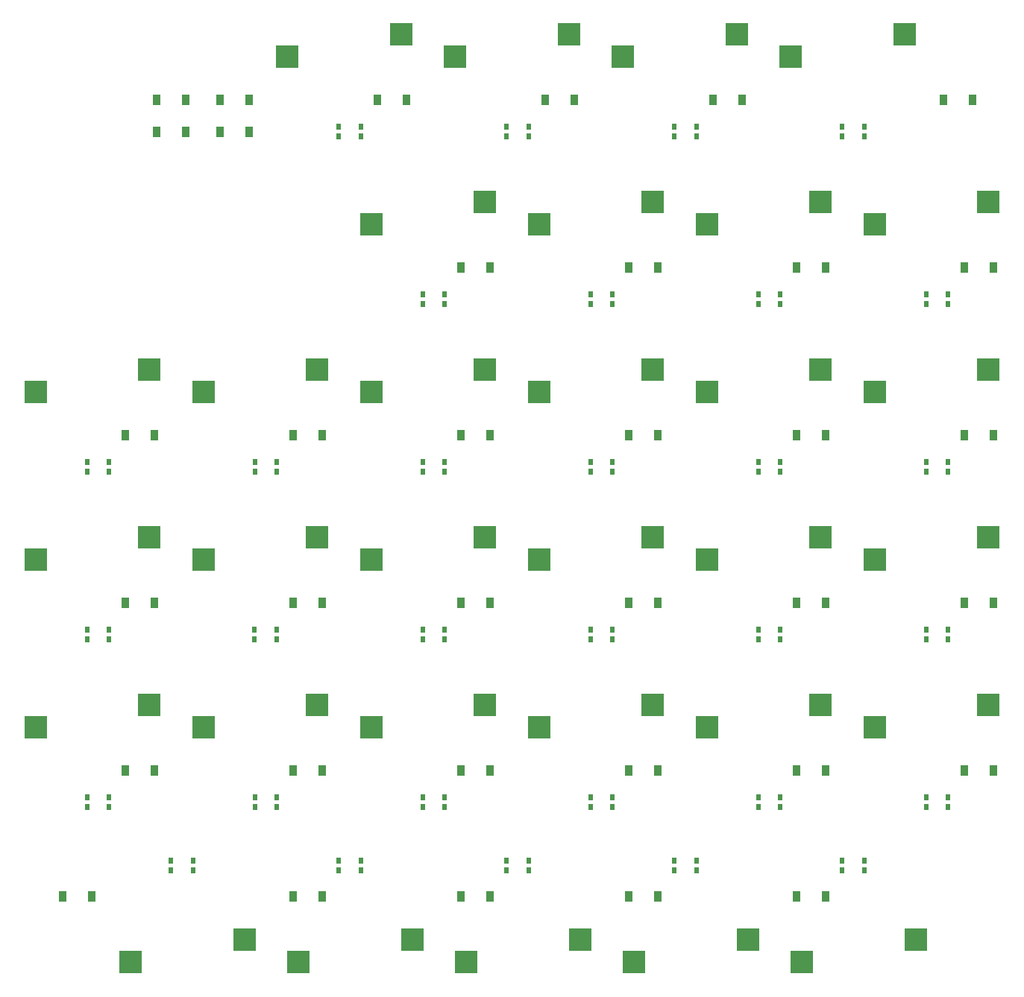
<source format=gbr>
%TF.GenerationSoftware,KiCad,Pcbnew,(5.1.9)-1*%
%TF.CreationDate,2021-05-29T17:03:01+09:00*%
%TF.ProjectId,yuiop31rs-r2,7975696f-7033-4317-9273-2d72322e6b69,1*%
%TF.SameCoordinates,Original*%
%TF.FileFunction,Paste,Bot*%
%TF.FilePolarity,Positive*%
%FSLAX46Y46*%
G04 Gerber Fmt 4.6, Leading zero omitted, Abs format (unit mm)*
G04 Created by KiCad (PCBNEW (5.1.9)-1) date 2021-05-29 17:03:01*
%MOMM*%
%LPD*%
G01*
G04 APERTURE LIST*
%ADD10R,0.600000X0.700000*%
%ADD11R,2.550000X2.500000*%
%ADD12R,0.900000X1.200000*%
G04 APERTURE END LIST*
D10*
%TO.C,LED9*%
X101125000Y-95878100D03*
X101125000Y-96978100D03*
X103625000Y-96978100D03*
X103625000Y-95878100D03*
%TD*%
%TO.C,LED31*%
X113150000Y-142222000D03*
X113150000Y-141122000D03*
X110650000Y-141122000D03*
X110650000Y-142222000D03*
%TD*%
%TO.C,LED30*%
X132200000Y-142222000D03*
X132200000Y-141122000D03*
X129700000Y-141122000D03*
X129700000Y-142222000D03*
%TD*%
%TO.C,LED29*%
X151250000Y-142222000D03*
X151250000Y-141122000D03*
X148750000Y-141122000D03*
X148750000Y-142222000D03*
%TD*%
%TO.C,LED28*%
X170300000Y-142222000D03*
X170300000Y-141122000D03*
X167800000Y-141122000D03*
X167800000Y-142222000D03*
%TD*%
%TO.C,LED27*%
X189350000Y-142222000D03*
X189350000Y-141122000D03*
X186850000Y-141122000D03*
X186850000Y-142222000D03*
%TD*%
%TO.C,LED26*%
X196375000Y-133978000D03*
X196375000Y-135078000D03*
X198875000Y-135078000D03*
X198875000Y-133978000D03*
%TD*%
%TO.C,LED25*%
X177325000Y-133978000D03*
X177325000Y-135078000D03*
X179825000Y-135078000D03*
X179825000Y-133978000D03*
%TD*%
%TO.C,LED24*%
X158275000Y-133978000D03*
X158275000Y-135078000D03*
X160775000Y-135078000D03*
X160775000Y-133978000D03*
%TD*%
%TO.C,LED23*%
X139225000Y-133978000D03*
X139225000Y-135078000D03*
X141725000Y-135078000D03*
X141725000Y-133978000D03*
%TD*%
%TO.C,LED22*%
X120175000Y-133978000D03*
X120175000Y-135078000D03*
X122675000Y-135078000D03*
X122675000Y-133978000D03*
%TD*%
%TO.C,LED21*%
X101125000Y-133978000D03*
X101125000Y-135078000D03*
X103625000Y-135078000D03*
X103625000Y-133978000D03*
%TD*%
%TO.C,LED20*%
X103625000Y-116028000D03*
X103625000Y-114928000D03*
X101125000Y-114928000D03*
X101125000Y-116028000D03*
%TD*%
%TO.C,LED19*%
X122619000Y-116028000D03*
X122619000Y-114928000D03*
X120119000Y-114928000D03*
X120119000Y-116028000D03*
%TD*%
%TO.C,LED18*%
X141725000Y-116028000D03*
X141725000Y-114928000D03*
X139225000Y-114928000D03*
X139225000Y-116028000D03*
%TD*%
%TO.C,LED17*%
X160775000Y-116028000D03*
X160775000Y-114928000D03*
X158275000Y-114928000D03*
X158275000Y-116028000D03*
%TD*%
%TO.C,LED16*%
X179825000Y-116028000D03*
X179825000Y-114928000D03*
X177325000Y-114928000D03*
X177325000Y-116028000D03*
%TD*%
%TO.C,LED15*%
X198875000Y-116028000D03*
X198875000Y-114928000D03*
X196375000Y-114928000D03*
X196375000Y-116028000D03*
%TD*%
%TO.C,LED14*%
X196375000Y-95878100D03*
X196375000Y-96978100D03*
X198875000Y-96978100D03*
X198875000Y-95878100D03*
%TD*%
%TO.C,LED13*%
X177325000Y-95878100D03*
X177325000Y-96978100D03*
X179825000Y-96978100D03*
X179825000Y-95878100D03*
%TD*%
%TO.C,LED12*%
X158275000Y-95878100D03*
X158275000Y-96978100D03*
X160775000Y-96978100D03*
X160775000Y-95878100D03*
%TD*%
%TO.C,LED11*%
X139225000Y-95878100D03*
X139225000Y-96978100D03*
X141725000Y-96978100D03*
X141725000Y-95878100D03*
%TD*%
%TO.C,LED10*%
X120175000Y-95878100D03*
X120175000Y-96978100D03*
X122675000Y-96978100D03*
X122675000Y-95878100D03*
%TD*%
%TO.C,LED8*%
X141725000Y-77928000D03*
X141725000Y-76828000D03*
X139225000Y-76828000D03*
X139225000Y-77928000D03*
%TD*%
%TO.C,LED7*%
X160775000Y-77928000D03*
X160775000Y-76828000D03*
X158275000Y-76828000D03*
X158275000Y-77928000D03*
%TD*%
%TO.C,LED6*%
X179825000Y-77928000D03*
X179825000Y-76828000D03*
X177325000Y-76828000D03*
X177325000Y-77928000D03*
%TD*%
%TO.C,LED5*%
X198875000Y-77928000D03*
X198875000Y-76828000D03*
X196375000Y-76828000D03*
X196375000Y-77928000D03*
%TD*%
%TO.C,LED4*%
X186850000Y-57777900D03*
X186850000Y-58877900D03*
X189350000Y-58877900D03*
X189350000Y-57777900D03*
%TD*%
%TO.C,LED3*%
X167800000Y-57777900D03*
X167800000Y-58877900D03*
X170300000Y-58877900D03*
X170300000Y-57777900D03*
%TD*%
%TO.C,LED2*%
X148750000Y-57777900D03*
X148750000Y-58877900D03*
X151250000Y-58877900D03*
X151250000Y-57777900D03*
%TD*%
%TO.C,LED1*%
X129700000Y-57777900D03*
X129700000Y-58877900D03*
X132200000Y-58877900D03*
X132200000Y-57777900D03*
%TD*%
D11*
%TO.C,SW31*%
X195185000Y-150165000D03*
X182258000Y-152705000D03*
%TD*%
%TO.C,SW30*%
X176135000Y-150165000D03*
X163208000Y-152705000D03*
%TD*%
%TO.C,SW29*%
X157085000Y-150165000D03*
X144158000Y-152705000D03*
%TD*%
%TO.C,SW28*%
X138035000Y-150165000D03*
X125108000Y-152705000D03*
%TD*%
%TO.C,SW27*%
X118985000Y-150165000D03*
X106058000Y-152705000D03*
%TD*%
%TO.C,SW26*%
X190540000Y-126035000D03*
X203467000Y-123495000D03*
%TD*%
%TO.C,SW25*%
X171490000Y-126035000D03*
X184417000Y-123495000D03*
%TD*%
%TO.C,SW24*%
X152440000Y-126035000D03*
X165367000Y-123495000D03*
%TD*%
%TO.C,SW23*%
X133390000Y-126035000D03*
X146317000Y-123495000D03*
%TD*%
%TO.C,SW22*%
X114340000Y-126035000D03*
X127267000Y-123495000D03*
%TD*%
%TO.C,SW21*%
X95290000Y-126035000D03*
X108217000Y-123495000D03*
%TD*%
%TO.C,SW20*%
X190540000Y-106985000D03*
X203467000Y-104445000D03*
%TD*%
%TO.C,SW19*%
X171490000Y-106985000D03*
X184417000Y-104445000D03*
%TD*%
%TO.C,SW18*%
X152440000Y-106985000D03*
X165367000Y-104445000D03*
%TD*%
%TO.C,SW17*%
X133390000Y-106985000D03*
X146317000Y-104445000D03*
%TD*%
%TO.C,SW16*%
X114340000Y-106985000D03*
X127267000Y-104445000D03*
%TD*%
%TO.C,SW15*%
X95290000Y-106985000D03*
X108217000Y-104445000D03*
%TD*%
%TO.C,SW14*%
X190540000Y-87935000D03*
X203467000Y-85395000D03*
%TD*%
%TO.C,SW13*%
X171490000Y-87935000D03*
X184417000Y-85395000D03*
%TD*%
%TO.C,SW12*%
X152440000Y-87935000D03*
X165367000Y-85395000D03*
%TD*%
%TO.C,SW11*%
X133390000Y-87935000D03*
X146317000Y-85395000D03*
%TD*%
%TO.C,SW10*%
X114340000Y-87935000D03*
X127267000Y-85395000D03*
%TD*%
%TO.C,SW9*%
X95290000Y-87935000D03*
X108217000Y-85395000D03*
%TD*%
%TO.C,SW8*%
X190540000Y-68884900D03*
X203467000Y-66344900D03*
%TD*%
%TO.C,SW7*%
X171490000Y-68884900D03*
X184417000Y-66344900D03*
%TD*%
%TO.C,SW6*%
X152440000Y-68884900D03*
X165367000Y-66344900D03*
%TD*%
%TO.C,SW5*%
X133390000Y-68884900D03*
X146317000Y-66344900D03*
%TD*%
%TO.C,SW4*%
X181015000Y-49834800D03*
X193942000Y-47294800D03*
%TD*%
%TO.C,SW3*%
X161965000Y-49834800D03*
X174892000Y-47294800D03*
%TD*%
%TO.C,SW2*%
X142915000Y-49834800D03*
X155842000Y-47294800D03*
%TD*%
%TO.C,SW1*%
X123865000Y-49834800D03*
X136792000Y-47294800D03*
%TD*%
D12*
%TO.C,D35*%
X119503000Y-58327900D03*
X116203000Y-58327900D03*
%TD*%
%TO.C,D34*%
X119503000Y-54756100D03*
X116203000Y-54756100D03*
%TD*%
%TO.C,D33*%
X112359000Y-58327900D03*
X109059000Y-58327900D03*
%TD*%
%TO.C,D32*%
X112359000Y-54756100D03*
X109059000Y-54756100D03*
%TD*%
%TO.C,D31*%
X184988000Y-145244000D03*
X181688000Y-145244000D03*
%TD*%
%TO.C,D30*%
X165938000Y-145244000D03*
X162638000Y-145244000D03*
%TD*%
%TO.C,D29*%
X146887000Y-145244000D03*
X143587000Y-145244000D03*
%TD*%
%TO.C,D28*%
X127837000Y-145244000D03*
X124537000Y-145244000D03*
%TD*%
%TO.C,D27*%
X101643500Y-145244000D03*
X98343500Y-145244000D03*
%TD*%
%TO.C,D26*%
X204038000Y-130956000D03*
X200738000Y-130956000D03*
%TD*%
%TO.C,D25*%
X184988000Y-130956000D03*
X181688000Y-130956000D03*
%TD*%
%TO.C,D24*%
X165938000Y-130956000D03*
X162638000Y-130956000D03*
%TD*%
%TO.C,D23*%
X146887000Y-130956000D03*
X143587000Y-130956000D03*
%TD*%
%TO.C,D22*%
X127837000Y-130956000D03*
X124537000Y-130956000D03*
%TD*%
%TO.C,D21*%
X108787000Y-130956000D03*
X105487000Y-130956000D03*
%TD*%
%TO.C,D20*%
X204038000Y-111906000D03*
X200738000Y-111906000D03*
%TD*%
%TO.C,D19*%
X184988000Y-111906000D03*
X181688000Y-111906000D03*
%TD*%
%TO.C,D18*%
X165938000Y-111906000D03*
X162638000Y-111906000D03*
%TD*%
%TO.C,D17*%
X146887000Y-111906000D03*
X143587000Y-111906000D03*
%TD*%
%TO.C,D16*%
X127837000Y-111906000D03*
X124537000Y-111906000D03*
%TD*%
%TO.C,D15*%
X108787000Y-111906000D03*
X105487000Y-111906000D03*
%TD*%
%TO.C,D14*%
X204038000Y-92856200D03*
X200738000Y-92856200D03*
%TD*%
%TO.C,D13*%
X184988000Y-92856200D03*
X181688000Y-92856200D03*
%TD*%
%TO.C,D12*%
X165938000Y-92856200D03*
X162638000Y-92856200D03*
%TD*%
%TO.C,D11*%
X146887000Y-92856200D03*
X143587000Y-92856200D03*
%TD*%
%TO.C,D10*%
X127837000Y-92856200D03*
X124537000Y-92856200D03*
%TD*%
%TO.C,D9*%
X108787000Y-92856200D03*
X105487000Y-92856200D03*
%TD*%
%TO.C,D8*%
X204038000Y-73806100D03*
X200738000Y-73806100D03*
%TD*%
%TO.C,D7*%
X184988000Y-73806100D03*
X181688000Y-73806100D03*
%TD*%
%TO.C,D6*%
X165938000Y-73806100D03*
X162638000Y-73806100D03*
%TD*%
%TO.C,D5*%
X146887000Y-73806100D03*
X143587000Y-73806100D03*
%TD*%
%TO.C,D4*%
X201656000Y-54756100D03*
X198356000Y-54756100D03*
%TD*%
%TO.C,D3*%
X175463000Y-54756100D03*
X172163000Y-54756100D03*
%TD*%
%TO.C,D2*%
X156413000Y-54756100D03*
X153113000Y-54756100D03*
%TD*%
%TO.C,D1*%
X137362000Y-54756100D03*
X134062000Y-54756100D03*
%TD*%
M02*

</source>
